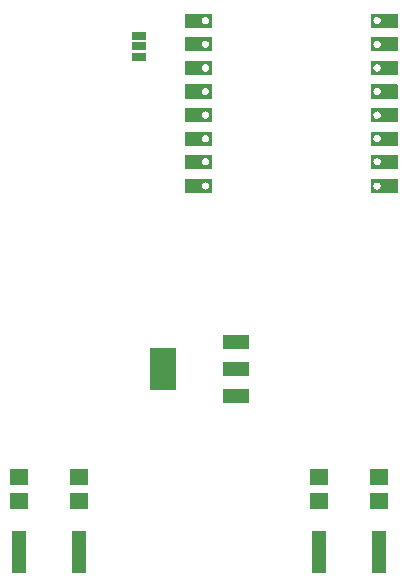
<source format=gbp>
G04 MADE WITH FRITZING*
G04 WWW.FRITZING.ORG*
G04 DOUBLE SIDED*
G04 HOLES PLATED*
G04 CONTOUR ON CENTER OF CONTOUR VECTOR*
%ASAXBY*%
%FSLAX23Y23*%
%MOIN*%
%OFA0B0*%
%SFA1.0B1.0*%
%ADD10R,0.050000X0.025000*%
%ADD11R,0.051181X0.141823*%
%ADD12R,0.059055X0.055118*%
%ADD13R,0.088000X0.048000*%
%ADD14R,0.086614X0.141732*%
%ADD15R,0.001000X0.001000*%
%LNPASTEMASK0*%
G90*
G70*
G54D10*
X784Y1734D03*
X784Y1769D03*
X784Y1804D03*
G54D11*
X384Y84D03*
X584Y84D03*
X1384Y84D03*
X1584Y84D03*
G54D12*
X1384Y334D03*
X1384Y253D03*
X1584Y334D03*
X1584Y253D03*
X584Y334D03*
X584Y253D03*
X384Y334D03*
X384Y253D03*
G54D13*
X1109Y784D03*
X1109Y693D03*
X1109Y602D03*
G54D14*
X865Y693D03*
G54D15*
X939Y1877D02*
X1027Y1877D01*
X1559Y1877D02*
X1647Y1877D01*
X939Y1876D02*
X1027Y1876D01*
X1559Y1876D02*
X1647Y1876D01*
X939Y1875D02*
X1027Y1875D01*
X1559Y1875D02*
X1647Y1875D01*
X939Y1874D02*
X1027Y1874D01*
X1559Y1874D02*
X1647Y1874D01*
X939Y1873D02*
X1027Y1873D01*
X1559Y1873D02*
X1647Y1873D01*
X939Y1872D02*
X1027Y1872D01*
X1559Y1872D02*
X1647Y1872D01*
X939Y1871D02*
X1027Y1871D01*
X1559Y1871D02*
X1647Y1871D01*
X939Y1870D02*
X1027Y1870D01*
X1559Y1870D02*
X1647Y1870D01*
X939Y1869D02*
X1027Y1869D01*
X1559Y1869D02*
X1647Y1869D01*
X939Y1868D02*
X1027Y1868D01*
X1559Y1868D02*
X1647Y1868D01*
X939Y1867D02*
X1027Y1867D01*
X1559Y1867D02*
X1647Y1867D01*
X939Y1866D02*
X1005Y1866D01*
X1009Y1866D02*
X1027Y1866D01*
X1559Y1866D02*
X1577Y1866D01*
X1581Y1866D02*
X1647Y1866D01*
X939Y1865D02*
X1001Y1865D01*
X1012Y1865D02*
X1027Y1865D01*
X1559Y1865D02*
X1573Y1865D01*
X1584Y1865D02*
X1647Y1865D01*
X939Y1864D02*
X1000Y1864D01*
X1014Y1864D02*
X1027Y1864D01*
X1559Y1864D02*
X1572Y1864D01*
X1586Y1864D02*
X1647Y1864D01*
X939Y1863D02*
X998Y1863D01*
X1015Y1863D02*
X1027Y1863D01*
X1559Y1863D02*
X1570Y1863D01*
X1587Y1863D02*
X1647Y1863D01*
X939Y1862D02*
X997Y1862D01*
X1016Y1862D02*
X1027Y1862D01*
X1559Y1862D02*
X1569Y1862D01*
X1588Y1862D02*
X1647Y1862D01*
X939Y1861D02*
X996Y1861D01*
X1017Y1861D02*
X1027Y1861D01*
X1559Y1861D02*
X1568Y1861D01*
X1589Y1861D02*
X1647Y1861D01*
X939Y1860D02*
X996Y1860D01*
X1018Y1860D02*
X1027Y1860D01*
X1559Y1860D02*
X1568Y1860D01*
X1590Y1860D02*
X1647Y1860D01*
X939Y1859D02*
X995Y1859D01*
X1018Y1859D02*
X1027Y1859D01*
X1559Y1859D02*
X1567Y1859D01*
X1590Y1859D02*
X1647Y1859D01*
X939Y1858D02*
X995Y1858D01*
X1019Y1858D02*
X1027Y1858D01*
X1559Y1858D02*
X1567Y1858D01*
X1591Y1858D02*
X1647Y1858D01*
X939Y1857D02*
X995Y1857D01*
X1019Y1857D02*
X1027Y1857D01*
X1559Y1857D02*
X1567Y1857D01*
X1591Y1857D02*
X1647Y1857D01*
X939Y1856D02*
X994Y1856D01*
X1019Y1856D02*
X1027Y1856D01*
X1559Y1856D02*
X1566Y1856D01*
X1591Y1856D02*
X1647Y1856D01*
X939Y1855D02*
X994Y1855D01*
X1019Y1855D02*
X1027Y1855D01*
X1559Y1855D02*
X1566Y1855D01*
X1591Y1855D02*
X1647Y1855D01*
X939Y1854D02*
X994Y1854D01*
X1019Y1854D02*
X1027Y1854D01*
X1559Y1854D02*
X1566Y1854D01*
X1591Y1854D02*
X1647Y1854D01*
X939Y1853D02*
X994Y1853D01*
X1019Y1853D02*
X1027Y1853D01*
X1559Y1853D02*
X1566Y1853D01*
X1591Y1853D02*
X1647Y1853D01*
X939Y1852D02*
X994Y1852D01*
X1019Y1852D02*
X1027Y1852D01*
X1559Y1852D02*
X1566Y1852D01*
X1591Y1852D02*
X1647Y1852D01*
X939Y1851D02*
X995Y1851D01*
X1019Y1851D02*
X1027Y1851D01*
X1559Y1851D02*
X1567Y1851D01*
X1591Y1851D02*
X1647Y1851D01*
X939Y1850D02*
X995Y1850D01*
X1019Y1850D02*
X1027Y1850D01*
X1559Y1850D02*
X1567Y1850D01*
X1591Y1850D02*
X1647Y1850D01*
X939Y1849D02*
X995Y1849D01*
X1018Y1849D02*
X1027Y1849D01*
X1559Y1849D02*
X1567Y1849D01*
X1590Y1849D02*
X1647Y1849D01*
X939Y1848D02*
X996Y1848D01*
X1018Y1848D02*
X1027Y1848D01*
X1559Y1848D02*
X1568Y1848D01*
X1590Y1848D02*
X1647Y1848D01*
X939Y1847D02*
X996Y1847D01*
X1017Y1847D02*
X1027Y1847D01*
X1559Y1847D02*
X1568Y1847D01*
X1589Y1847D02*
X1647Y1847D01*
X939Y1846D02*
X997Y1846D01*
X1016Y1846D02*
X1027Y1846D01*
X1559Y1846D02*
X1569Y1846D01*
X1588Y1846D02*
X1647Y1846D01*
X939Y1845D02*
X998Y1845D01*
X1015Y1845D02*
X1027Y1845D01*
X1559Y1845D02*
X1570Y1845D01*
X1587Y1845D02*
X1647Y1845D01*
X939Y1844D02*
X999Y1844D01*
X1014Y1844D02*
X1027Y1844D01*
X1559Y1844D02*
X1572Y1844D01*
X1586Y1844D02*
X1647Y1844D01*
X939Y1843D02*
X1001Y1843D01*
X1012Y1843D02*
X1027Y1843D01*
X1559Y1843D02*
X1573Y1843D01*
X1584Y1843D02*
X1647Y1843D01*
X939Y1842D02*
X1005Y1842D01*
X1009Y1842D02*
X1027Y1842D01*
X1559Y1842D02*
X1577Y1842D01*
X1581Y1842D02*
X1647Y1842D01*
X939Y1841D02*
X1027Y1841D01*
X1559Y1841D02*
X1647Y1841D01*
X939Y1840D02*
X1027Y1840D01*
X1559Y1840D02*
X1647Y1840D01*
X939Y1839D02*
X1027Y1839D01*
X1559Y1839D02*
X1647Y1839D01*
X939Y1838D02*
X1027Y1838D01*
X1559Y1838D02*
X1647Y1838D01*
X939Y1837D02*
X1027Y1837D01*
X1559Y1837D02*
X1647Y1837D01*
X939Y1836D02*
X1027Y1836D01*
X1559Y1836D02*
X1647Y1836D01*
X939Y1835D02*
X1027Y1835D01*
X1559Y1835D02*
X1647Y1835D01*
X939Y1834D02*
X1027Y1834D01*
X1559Y1834D02*
X1647Y1834D01*
X939Y1833D02*
X1027Y1833D01*
X1559Y1833D02*
X1647Y1833D01*
X939Y1832D02*
X1027Y1832D01*
X1559Y1832D02*
X1647Y1832D01*
X939Y1831D02*
X1027Y1831D01*
X1559Y1831D02*
X1647Y1831D01*
X939Y1798D02*
X1027Y1798D01*
X1559Y1798D02*
X1647Y1798D01*
X939Y1797D02*
X1027Y1797D01*
X1559Y1797D02*
X1647Y1797D01*
X939Y1796D02*
X1027Y1796D01*
X1559Y1796D02*
X1647Y1796D01*
X939Y1795D02*
X1027Y1795D01*
X1559Y1795D02*
X1647Y1795D01*
X939Y1794D02*
X1027Y1794D01*
X1559Y1794D02*
X1647Y1794D01*
X939Y1793D02*
X1027Y1793D01*
X1559Y1793D02*
X1647Y1793D01*
X939Y1792D02*
X1027Y1792D01*
X1559Y1792D02*
X1647Y1792D01*
X939Y1791D02*
X1027Y1791D01*
X1559Y1791D02*
X1647Y1791D01*
X939Y1790D02*
X1027Y1790D01*
X1559Y1790D02*
X1647Y1790D01*
X939Y1789D02*
X1027Y1789D01*
X1559Y1789D02*
X1647Y1789D01*
X939Y1788D02*
X1027Y1788D01*
X1559Y1788D02*
X1647Y1788D01*
X939Y1787D02*
X1003Y1787D01*
X1010Y1787D02*
X1027Y1787D01*
X1559Y1787D02*
X1576Y1787D01*
X1582Y1787D02*
X1647Y1787D01*
X939Y1786D02*
X1001Y1786D01*
X1013Y1786D02*
X1027Y1786D01*
X1559Y1786D02*
X1573Y1786D01*
X1585Y1786D02*
X1647Y1786D01*
X939Y1785D02*
X999Y1785D01*
X1014Y1785D02*
X1027Y1785D01*
X1559Y1785D02*
X1571Y1785D01*
X1586Y1785D02*
X1647Y1785D01*
X939Y1784D02*
X998Y1784D01*
X1016Y1784D02*
X1027Y1784D01*
X1559Y1784D02*
X1570Y1784D01*
X1588Y1784D02*
X1647Y1784D01*
X939Y1783D02*
X997Y1783D01*
X1017Y1783D02*
X1027Y1783D01*
X1559Y1783D02*
X1569Y1783D01*
X1589Y1783D02*
X1647Y1783D01*
X939Y1782D02*
X996Y1782D01*
X1017Y1782D02*
X1027Y1782D01*
X1559Y1782D02*
X1568Y1782D01*
X1589Y1782D02*
X1647Y1782D01*
X939Y1781D02*
X996Y1781D01*
X1018Y1781D02*
X1027Y1781D01*
X1559Y1781D02*
X1568Y1781D01*
X1590Y1781D02*
X1647Y1781D01*
X939Y1780D02*
X995Y1780D01*
X1018Y1780D02*
X1027Y1780D01*
X1559Y1780D02*
X1567Y1780D01*
X1590Y1780D02*
X1647Y1780D01*
X939Y1779D02*
X995Y1779D01*
X1019Y1779D02*
X1027Y1779D01*
X1559Y1779D02*
X1567Y1779D01*
X1591Y1779D02*
X1647Y1779D01*
X939Y1778D02*
X995Y1778D01*
X1019Y1778D02*
X1027Y1778D01*
X1559Y1778D02*
X1567Y1778D01*
X1591Y1778D02*
X1647Y1778D01*
X939Y1777D02*
X994Y1777D01*
X1019Y1777D02*
X1027Y1777D01*
X1559Y1777D02*
X1566Y1777D01*
X1591Y1777D02*
X1647Y1777D01*
X939Y1776D02*
X994Y1776D01*
X1019Y1776D02*
X1027Y1776D01*
X1559Y1776D02*
X1566Y1776D01*
X1591Y1776D02*
X1647Y1776D01*
X939Y1775D02*
X994Y1775D01*
X1019Y1775D02*
X1027Y1775D01*
X1559Y1775D02*
X1566Y1775D01*
X1591Y1775D02*
X1647Y1775D01*
X939Y1774D02*
X994Y1774D01*
X1019Y1774D02*
X1027Y1774D01*
X1559Y1774D02*
X1566Y1774D01*
X1591Y1774D02*
X1647Y1774D01*
X939Y1773D02*
X994Y1773D01*
X1019Y1773D02*
X1027Y1773D01*
X1559Y1773D02*
X1566Y1773D01*
X1591Y1773D02*
X1647Y1773D01*
X939Y1772D02*
X995Y1772D01*
X1019Y1772D02*
X1027Y1772D01*
X1559Y1772D02*
X1567Y1772D01*
X1591Y1772D02*
X1647Y1772D01*
X939Y1771D02*
X995Y1771D01*
X1019Y1771D02*
X1027Y1771D01*
X1559Y1771D02*
X1567Y1771D01*
X1591Y1771D02*
X1647Y1771D01*
X939Y1770D02*
X995Y1770D01*
X1018Y1770D02*
X1027Y1770D01*
X1559Y1770D02*
X1567Y1770D01*
X1590Y1770D02*
X1647Y1770D01*
X939Y1769D02*
X996Y1769D01*
X1018Y1769D02*
X1027Y1769D01*
X1559Y1769D02*
X1568Y1769D01*
X1590Y1769D02*
X1647Y1769D01*
X939Y1768D02*
X997Y1768D01*
X1017Y1768D02*
X1027Y1768D01*
X1559Y1768D02*
X1569Y1768D01*
X1589Y1768D02*
X1647Y1768D01*
X939Y1767D02*
X997Y1767D01*
X1016Y1767D02*
X1027Y1767D01*
X1559Y1767D02*
X1569Y1767D01*
X1588Y1767D02*
X1647Y1767D01*
X939Y1766D02*
X999Y1766D01*
X1015Y1766D02*
X1027Y1766D01*
X1559Y1766D02*
X1570Y1766D01*
X1587Y1766D02*
X1647Y1766D01*
X939Y1765D02*
X1000Y1765D01*
X1014Y1765D02*
X1027Y1765D01*
X1559Y1765D02*
X1572Y1765D01*
X1586Y1765D02*
X1647Y1765D01*
X939Y1764D02*
X1002Y1764D01*
X1012Y1764D02*
X1027Y1764D01*
X1559Y1764D02*
X1574Y1764D01*
X1584Y1764D02*
X1647Y1764D01*
X939Y1763D02*
X1027Y1763D01*
X1559Y1763D02*
X1647Y1763D01*
X939Y1762D02*
X1027Y1762D01*
X1559Y1762D02*
X1647Y1762D01*
X939Y1761D02*
X1027Y1761D01*
X1559Y1761D02*
X1647Y1761D01*
X939Y1760D02*
X1027Y1760D01*
X1559Y1760D02*
X1647Y1760D01*
X939Y1759D02*
X1027Y1759D01*
X1559Y1759D02*
X1647Y1759D01*
X939Y1758D02*
X1027Y1758D01*
X1559Y1758D02*
X1647Y1758D01*
X939Y1757D02*
X1027Y1757D01*
X1559Y1757D02*
X1647Y1757D01*
X939Y1756D02*
X1027Y1756D01*
X1559Y1756D02*
X1647Y1756D01*
X939Y1755D02*
X1027Y1755D01*
X1559Y1755D02*
X1647Y1755D01*
X939Y1754D02*
X1027Y1754D01*
X1559Y1754D02*
X1647Y1754D01*
X939Y1753D02*
X1027Y1753D01*
X1559Y1753D02*
X1647Y1753D01*
X939Y1752D02*
X1027Y1752D01*
X1559Y1752D02*
X1647Y1752D01*
X939Y1720D02*
X1026Y1720D01*
X1559Y1720D02*
X1646Y1720D01*
X939Y1719D02*
X1027Y1719D01*
X1559Y1719D02*
X1647Y1719D01*
X939Y1718D02*
X1027Y1718D01*
X1559Y1718D02*
X1647Y1718D01*
X939Y1717D02*
X1027Y1717D01*
X1559Y1717D02*
X1647Y1717D01*
X939Y1716D02*
X1027Y1716D01*
X1559Y1716D02*
X1647Y1716D01*
X939Y1715D02*
X1027Y1715D01*
X1559Y1715D02*
X1647Y1715D01*
X939Y1714D02*
X1027Y1714D01*
X1559Y1714D02*
X1647Y1714D01*
X939Y1713D02*
X1027Y1713D01*
X1559Y1713D02*
X1647Y1713D01*
X939Y1712D02*
X1027Y1712D01*
X1559Y1712D02*
X1647Y1712D01*
X939Y1711D02*
X1027Y1711D01*
X1559Y1711D02*
X1647Y1711D01*
X939Y1710D02*
X1027Y1710D01*
X1559Y1710D02*
X1647Y1710D01*
X939Y1709D02*
X1027Y1709D01*
X1559Y1709D02*
X1647Y1709D01*
X939Y1708D02*
X1003Y1708D01*
X1011Y1708D02*
X1027Y1708D01*
X1559Y1708D02*
X1575Y1708D01*
X1583Y1708D02*
X1647Y1708D01*
X939Y1707D02*
X1000Y1707D01*
X1013Y1707D02*
X1027Y1707D01*
X1559Y1707D02*
X1572Y1707D01*
X1585Y1707D02*
X1647Y1707D01*
X939Y1706D02*
X999Y1706D01*
X1015Y1706D02*
X1027Y1706D01*
X1559Y1706D02*
X1571Y1706D01*
X1587Y1706D02*
X1647Y1706D01*
X939Y1705D02*
X998Y1705D01*
X1016Y1705D02*
X1027Y1705D01*
X1559Y1705D02*
X1570Y1705D01*
X1588Y1705D02*
X1647Y1705D01*
X939Y1704D02*
X997Y1704D01*
X1017Y1704D02*
X1027Y1704D01*
X1559Y1704D02*
X1569Y1704D01*
X1589Y1704D02*
X1647Y1704D01*
X939Y1703D02*
X996Y1703D01*
X1018Y1703D02*
X1027Y1703D01*
X1559Y1703D02*
X1568Y1703D01*
X1589Y1703D02*
X1647Y1703D01*
X939Y1702D02*
X996Y1702D01*
X1018Y1702D02*
X1027Y1702D01*
X1559Y1702D02*
X1568Y1702D01*
X1590Y1702D02*
X1647Y1702D01*
X939Y1701D02*
X995Y1701D01*
X1019Y1701D02*
X1027Y1701D01*
X1559Y1701D02*
X1567Y1701D01*
X1590Y1701D02*
X1647Y1701D01*
X939Y1700D02*
X995Y1700D01*
X1019Y1700D02*
X1027Y1700D01*
X1559Y1700D02*
X1567Y1700D01*
X1591Y1700D02*
X1647Y1700D01*
X939Y1699D02*
X994Y1699D01*
X1019Y1699D02*
X1027Y1699D01*
X1559Y1699D02*
X1566Y1699D01*
X1591Y1699D02*
X1647Y1699D01*
X939Y1698D02*
X994Y1698D01*
X1019Y1698D02*
X1027Y1698D01*
X1559Y1698D02*
X1566Y1698D01*
X1591Y1698D02*
X1647Y1698D01*
X939Y1697D02*
X994Y1697D01*
X1019Y1697D02*
X1027Y1697D01*
X1559Y1697D02*
X1566Y1697D01*
X1591Y1697D02*
X1647Y1697D01*
X939Y1696D02*
X994Y1696D01*
X1019Y1696D02*
X1027Y1696D01*
X1559Y1696D02*
X1566Y1696D01*
X1591Y1696D02*
X1647Y1696D01*
X939Y1695D02*
X994Y1695D01*
X1019Y1695D02*
X1027Y1695D01*
X1559Y1695D02*
X1566Y1695D01*
X1591Y1695D02*
X1647Y1695D01*
X939Y1694D02*
X994Y1694D01*
X1019Y1694D02*
X1027Y1694D01*
X1559Y1694D02*
X1566Y1694D01*
X1591Y1694D02*
X1647Y1694D01*
X939Y1693D02*
X995Y1693D01*
X1019Y1693D02*
X1027Y1693D01*
X1559Y1693D02*
X1567Y1693D01*
X1591Y1693D02*
X1647Y1693D01*
X939Y1692D02*
X995Y1692D01*
X1019Y1692D02*
X1027Y1692D01*
X1559Y1692D02*
X1567Y1692D01*
X1591Y1692D02*
X1647Y1692D01*
X939Y1691D02*
X996Y1691D01*
X1018Y1691D02*
X1027Y1691D01*
X1559Y1691D02*
X1567Y1691D01*
X1590Y1691D02*
X1647Y1691D01*
X939Y1690D02*
X996Y1690D01*
X1018Y1690D02*
X1027Y1690D01*
X1559Y1690D02*
X1568Y1690D01*
X1590Y1690D02*
X1647Y1690D01*
X939Y1689D02*
X997Y1689D01*
X1017Y1689D02*
X1027Y1689D01*
X1559Y1689D02*
X1569Y1689D01*
X1589Y1689D02*
X1647Y1689D01*
X939Y1688D02*
X998Y1688D01*
X1016Y1688D02*
X1027Y1688D01*
X1559Y1688D02*
X1570Y1688D01*
X1588Y1688D02*
X1647Y1688D01*
X939Y1687D02*
X999Y1687D01*
X1015Y1687D02*
X1027Y1687D01*
X1559Y1687D02*
X1571Y1687D01*
X1587Y1687D02*
X1647Y1687D01*
X939Y1686D02*
X1000Y1686D01*
X1013Y1686D02*
X1027Y1686D01*
X1559Y1686D02*
X1572Y1686D01*
X1585Y1686D02*
X1647Y1686D01*
X939Y1685D02*
X1003Y1685D01*
X1011Y1685D02*
X1027Y1685D01*
X1559Y1685D02*
X1574Y1685D01*
X1583Y1685D02*
X1647Y1685D01*
X939Y1684D02*
X1027Y1684D01*
X1559Y1684D02*
X1647Y1684D01*
X939Y1683D02*
X1027Y1683D01*
X1559Y1683D02*
X1647Y1683D01*
X939Y1682D02*
X1027Y1682D01*
X1559Y1682D02*
X1647Y1682D01*
X939Y1681D02*
X1027Y1681D01*
X1559Y1681D02*
X1647Y1681D01*
X939Y1680D02*
X1027Y1680D01*
X1559Y1680D02*
X1647Y1680D01*
X939Y1679D02*
X1027Y1679D01*
X1559Y1679D02*
X1647Y1679D01*
X939Y1678D02*
X1027Y1678D01*
X1559Y1678D02*
X1647Y1678D01*
X939Y1677D02*
X1027Y1677D01*
X1559Y1677D02*
X1647Y1677D01*
X939Y1676D02*
X1027Y1676D01*
X1559Y1676D02*
X1647Y1676D01*
X939Y1675D02*
X1027Y1675D01*
X1559Y1675D02*
X1647Y1675D01*
X939Y1674D02*
X1027Y1674D01*
X1559Y1674D02*
X1647Y1674D01*
X939Y1673D02*
X1026Y1673D01*
X1559Y1673D02*
X1646Y1673D01*
X939Y1641D02*
X1027Y1641D01*
X1559Y1641D02*
X1646Y1641D01*
X939Y1640D02*
X1027Y1640D01*
X1559Y1640D02*
X1647Y1640D01*
X939Y1639D02*
X1027Y1639D01*
X1559Y1639D02*
X1647Y1639D01*
X939Y1638D02*
X1027Y1638D01*
X1559Y1638D02*
X1647Y1638D01*
X939Y1637D02*
X1027Y1637D01*
X1559Y1637D02*
X1647Y1637D01*
X939Y1636D02*
X1027Y1636D01*
X1559Y1636D02*
X1647Y1636D01*
X939Y1635D02*
X1027Y1635D01*
X1559Y1635D02*
X1647Y1635D01*
X939Y1634D02*
X1027Y1634D01*
X1559Y1634D02*
X1647Y1634D01*
X939Y1633D02*
X1027Y1633D01*
X1559Y1633D02*
X1647Y1633D01*
X939Y1632D02*
X1027Y1632D01*
X1559Y1632D02*
X1647Y1632D01*
X939Y1631D02*
X1027Y1631D01*
X1559Y1631D02*
X1647Y1631D01*
X939Y1630D02*
X1027Y1630D01*
X1559Y1630D02*
X1647Y1630D01*
X939Y1629D02*
X1002Y1629D01*
X1012Y1629D02*
X1027Y1629D01*
X1559Y1629D02*
X1574Y1629D01*
X1584Y1629D02*
X1647Y1629D01*
X939Y1628D02*
X1000Y1628D01*
X1014Y1628D02*
X1027Y1628D01*
X1559Y1628D02*
X1572Y1628D01*
X1586Y1628D02*
X1647Y1628D01*
X939Y1627D02*
X998Y1627D01*
X1015Y1627D02*
X1027Y1627D01*
X1559Y1627D02*
X1570Y1627D01*
X1587Y1627D02*
X1647Y1627D01*
X939Y1626D02*
X997Y1626D01*
X1016Y1626D02*
X1027Y1626D01*
X1559Y1626D02*
X1569Y1626D01*
X1588Y1626D02*
X1647Y1626D01*
X939Y1625D02*
X997Y1625D01*
X1017Y1625D02*
X1027Y1625D01*
X1559Y1625D02*
X1569Y1625D01*
X1589Y1625D02*
X1647Y1625D01*
X939Y1624D02*
X996Y1624D01*
X1018Y1624D02*
X1027Y1624D01*
X1559Y1624D02*
X1568Y1624D01*
X1590Y1624D02*
X1647Y1624D01*
X939Y1623D02*
X995Y1623D01*
X1018Y1623D02*
X1027Y1623D01*
X1559Y1623D02*
X1567Y1623D01*
X1590Y1623D02*
X1647Y1623D01*
X939Y1622D02*
X995Y1622D01*
X1019Y1622D02*
X1027Y1622D01*
X1559Y1622D02*
X1567Y1622D01*
X1591Y1622D02*
X1647Y1622D01*
X939Y1621D02*
X995Y1621D01*
X1019Y1621D02*
X1027Y1621D01*
X1559Y1621D02*
X1567Y1621D01*
X1591Y1621D02*
X1647Y1621D01*
X939Y1620D02*
X994Y1620D01*
X1019Y1620D02*
X1027Y1620D01*
X1559Y1620D02*
X1566Y1620D01*
X1591Y1620D02*
X1647Y1620D01*
X939Y1619D02*
X994Y1619D01*
X1019Y1619D02*
X1027Y1619D01*
X1559Y1619D02*
X1566Y1619D01*
X1591Y1619D02*
X1647Y1619D01*
X939Y1618D02*
X994Y1618D01*
X1019Y1618D02*
X1027Y1618D01*
X1559Y1618D02*
X1566Y1618D01*
X1591Y1618D02*
X1647Y1618D01*
X939Y1617D02*
X994Y1617D01*
X1019Y1617D02*
X1027Y1617D01*
X1559Y1617D02*
X1566Y1617D01*
X1591Y1617D02*
X1647Y1617D01*
X939Y1616D02*
X994Y1616D01*
X1019Y1616D02*
X1027Y1616D01*
X1559Y1616D02*
X1566Y1616D01*
X1591Y1616D02*
X1647Y1616D01*
X939Y1615D02*
X995Y1615D01*
X1019Y1615D02*
X1027Y1615D01*
X1559Y1615D02*
X1567Y1615D01*
X1591Y1615D02*
X1647Y1615D01*
X939Y1614D02*
X995Y1614D01*
X1019Y1614D02*
X1027Y1614D01*
X1559Y1614D02*
X1567Y1614D01*
X1591Y1614D02*
X1647Y1614D01*
X939Y1613D02*
X995Y1613D01*
X1018Y1613D02*
X1027Y1613D01*
X1559Y1613D02*
X1567Y1613D01*
X1590Y1613D02*
X1647Y1613D01*
X939Y1612D02*
X996Y1612D01*
X1018Y1612D02*
X1027Y1612D01*
X1559Y1612D02*
X1568Y1612D01*
X1590Y1612D02*
X1647Y1612D01*
X939Y1611D02*
X996Y1611D01*
X1017Y1611D02*
X1027Y1611D01*
X1559Y1611D02*
X1568Y1611D01*
X1589Y1611D02*
X1647Y1611D01*
X939Y1610D02*
X997Y1610D01*
X1017Y1610D02*
X1027Y1610D01*
X1559Y1610D02*
X1569Y1610D01*
X1589Y1610D02*
X1647Y1610D01*
X939Y1609D02*
X998Y1609D01*
X1016Y1609D02*
X1027Y1609D01*
X1559Y1609D02*
X1570Y1609D01*
X1588Y1609D02*
X1647Y1609D01*
X939Y1608D02*
X999Y1608D01*
X1014Y1608D02*
X1027Y1608D01*
X1559Y1608D02*
X1571Y1608D01*
X1586Y1608D02*
X1647Y1608D01*
X939Y1607D02*
X1001Y1607D01*
X1013Y1607D02*
X1027Y1607D01*
X1559Y1607D02*
X1573Y1607D01*
X1585Y1607D02*
X1647Y1607D01*
X939Y1606D02*
X1004Y1606D01*
X1010Y1606D02*
X1027Y1606D01*
X1559Y1606D02*
X1575Y1606D01*
X1582Y1606D02*
X1647Y1606D01*
X939Y1605D02*
X1027Y1605D01*
X1559Y1605D02*
X1647Y1605D01*
X939Y1604D02*
X1027Y1604D01*
X1559Y1604D02*
X1647Y1604D01*
X939Y1603D02*
X1027Y1603D01*
X1559Y1603D02*
X1647Y1603D01*
X939Y1602D02*
X1027Y1602D01*
X1559Y1602D02*
X1647Y1602D01*
X939Y1601D02*
X1027Y1601D01*
X1559Y1601D02*
X1647Y1601D01*
X939Y1600D02*
X1027Y1600D01*
X1559Y1600D02*
X1647Y1600D01*
X939Y1599D02*
X1027Y1599D01*
X1559Y1599D02*
X1647Y1599D01*
X939Y1598D02*
X1027Y1598D01*
X1559Y1598D02*
X1647Y1598D01*
X939Y1597D02*
X1027Y1597D01*
X1559Y1597D02*
X1647Y1597D01*
X939Y1596D02*
X1027Y1596D01*
X1559Y1596D02*
X1647Y1596D01*
X939Y1595D02*
X1027Y1595D01*
X1559Y1595D02*
X1647Y1595D01*
X939Y1562D02*
X1027Y1562D01*
X1559Y1562D02*
X1647Y1562D01*
X939Y1561D02*
X1027Y1561D01*
X1559Y1561D02*
X1647Y1561D01*
X939Y1560D02*
X1027Y1560D01*
X1559Y1560D02*
X1647Y1560D01*
X939Y1559D02*
X1027Y1559D01*
X1559Y1559D02*
X1647Y1559D01*
X939Y1558D02*
X1027Y1558D01*
X1559Y1558D02*
X1647Y1558D01*
X939Y1557D02*
X1027Y1557D01*
X1559Y1557D02*
X1647Y1557D01*
X939Y1556D02*
X1027Y1556D01*
X1559Y1556D02*
X1647Y1556D01*
X939Y1555D02*
X1027Y1555D01*
X1559Y1555D02*
X1647Y1555D01*
X939Y1554D02*
X1027Y1554D01*
X1559Y1554D02*
X1647Y1554D01*
X939Y1553D02*
X1027Y1553D01*
X1559Y1553D02*
X1647Y1553D01*
X939Y1552D02*
X1027Y1552D01*
X1559Y1552D02*
X1647Y1552D01*
X939Y1551D02*
X1004Y1551D01*
X1010Y1551D02*
X1027Y1551D01*
X1559Y1551D02*
X1577Y1551D01*
X1581Y1551D02*
X1647Y1551D01*
X939Y1550D02*
X1001Y1550D01*
X1013Y1550D02*
X1027Y1550D01*
X1559Y1550D02*
X1573Y1550D01*
X1584Y1550D02*
X1647Y1550D01*
X939Y1549D02*
X999Y1549D01*
X1014Y1549D02*
X1027Y1549D01*
X1559Y1549D02*
X1571Y1549D01*
X1586Y1549D02*
X1647Y1549D01*
X939Y1548D02*
X998Y1548D01*
X1015Y1548D02*
X1027Y1548D01*
X1559Y1548D02*
X1570Y1548D01*
X1587Y1548D02*
X1647Y1548D01*
X939Y1547D02*
X997Y1547D01*
X1016Y1547D02*
X1027Y1547D01*
X1559Y1547D02*
X1569Y1547D01*
X1588Y1547D02*
X1647Y1547D01*
X939Y1546D02*
X996Y1546D01*
X1017Y1546D02*
X1027Y1546D01*
X1559Y1546D02*
X1568Y1546D01*
X1589Y1546D02*
X1647Y1546D01*
X939Y1545D02*
X996Y1545D01*
X1018Y1545D02*
X1027Y1545D01*
X1559Y1545D02*
X1568Y1545D01*
X1590Y1545D02*
X1647Y1545D01*
X939Y1544D02*
X995Y1544D01*
X1018Y1544D02*
X1027Y1544D01*
X1559Y1544D02*
X1567Y1544D01*
X1590Y1544D02*
X1647Y1544D01*
X939Y1543D02*
X995Y1543D01*
X1019Y1543D02*
X1027Y1543D01*
X1559Y1543D02*
X1567Y1543D01*
X1591Y1543D02*
X1647Y1543D01*
X939Y1542D02*
X995Y1542D01*
X1019Y1542D02*
X1027Y1542D01*
X1559Y1542D02*
X1567Y1542D01*
X1591Y1542D02*
X1647Y1542D01*
X939Y1541D02*
X994Y1541D01*
X1019Y1541D02*
X1027Y1541D01*
X1559Y1541D02*
X1566Y1541D01*
X1591Y1541D02*
X1647Y1541D01*
X939Y1540D02*
X994Y1540D01*
X1019Y1540D02*
X1027Y1540D01*
X1559Y1540D02*
X1566Y1540D01*
X1591Y1540D02*
X1647Y1540D01*
X939Y1539D02*
X994Y1539D01*
X1019Y1539D02*
X1027Y1539D01*
X1559Y1539D02*
X1566Y1539D01*
X1591Y1539D02*
X1647Y1539D01*
X939Y1538D02*
X994Y1538D01*
X1019Y1538D02*
X1027Y1538D01*
X1559Y1538D02*
X1566Y1538D01*
X1591Y1538D02*
X1647Y1538D01*
X939Y1537D02*
X994Y1537D01*
X1019Y1537D02*
X1027Y1537D01*
X1559Y1537D02*
X1566Y1537D01*
X1591Y1537D02*
X1647Y1537D01*
X939Y1536D02*
X995Y1536D01*
X1019Y1536D02*
X1027Y1536D01*
X1559Y1536D02*
X1567Y1536D01*
X1591Y1536D02*
X1647Y1536D01*
X939Y1535D02*
X995Y1535D01*
X1019Y1535D02*
X1027Y1535D01*
X1559Y1535D02*
X1567Y1535D01*
X1591Y1535D02*
X1647Y1535D01*
X939Y1534D02*
X995Y1534D01*
X1018Y1534D02*
X1027Y1534D01*
X1559Y1534D02*
X1567Y1534D01*
X1590Y1534D02*
X1647Y1534D01*
X939Y1533D02*
X996Y1533D01*
X1018Y1533D02*
X1027Y1533D01*
X1559Y1533D02*
X1568Y1533D01*
X1590Y1533D02*
X1647Y1533D01*
X939Y1532D02*
X996Y1532D01*
X1017Y1532D02*
X1027Y1532D01*
X1559Y1532D02*
X1568Y1532D01*
X1589Y1532D02*
X1647Y1532D01*
X939Y1531D02*
X997Y1531D01*
X1016Y1531D02*
X1027Y1531D01*
X1559Y1531D02*
X1569Y1531D01*
X1588Y1531D02*
X1647Y1531D01*
X939Y1530D02*
X998Y1530D01*
X1015Y1530D02*
X1027Y1530D01*
X1559Y1530D02*
X1570Y1530D01*
X1587Y1530D02*
X1647Y1530D01*
X939Y1529D02*
X1000Y1529D01*
X1014Y1529D02*
X1027Y1529D01*
X1559Y1529D02*
X1571Y1529D01*
X1586Y1529D02*
X1647Y1529D01*
X939Y1528D02*
X1001Y1528D01*
X1012Y1528D02*
X1027Y1528D01*
X1559Y1528D02*
X1573Y1528D01*
X1584Y1528D02*
X1647Y1528D01*
X939Y1527D02*
X1006Y1527D01*
X1008Y1527D02*
X1027Y1527D01*
X1559Y1527D02*
X1577Y1527D01*
X1581Y1527D02*
X1647Y1527D01*
X939Y1526D02*
X1027Y1526D01*
X1559Y1526D02*
X1647Y1526D01*
X939Y1525D02*
X1027Y1525D01*
X1559Y1525D02*
X1647Y1525D01*
X939Y1524D02*
X1027Y1524D01*
X1559Y1524D02*
X1647Y1524D01*
X939Y1523D02*
X1027Y1523D01*
X1559Y1523D02*
X1647Y1523D01*
X939Y1522D02*
X1027Y1522D01*
X1559Y1522D02*
X1647Y1522D01*
X939Y1521D02*
X1027Y1521D01*
X1559Y1521D02*
X1647Y1521D01*
X939Y1520D02*
X1027Y1520D01*
X1559Y1520D02*
X1647Y1520D01*
X939Y1519D02*
X1027Y1519D01*
X1559Y1519D02*
X1647Y1519D01*
X939Y1518D02*
X1027Y1518D01*
X1559Y1518D02*
X1647Y1518D01*
X939Y1517D02*
X1027Y1517D01*
X1559Y1517D02*
X1647Y1517D01*
X939Y1516D02*
X1027Y1516D01*
X1559Y1516D02*
X1647Y1516D01*
X939Y1483D02*
X1027Y1483D01*
X1559Y1483D02*
X1647Y1483D01*
X939Y1482D02*
X1027Y1482D01*
X1559Y1482D02*
X1647Y1482D01*
X939Y1481D02*
X1027Y1481D01*
X1559Y1481D02*
X1647Y1481D01*
X939Y1480D02*
X1027Y1480D01*
X1559Y1480D02*
X1647Y1480D01*
X939Y1479D02*
X1027Y1479D01*
X1559Y1479D02*
X1647Y1479D01*
X939Y1478D02*
X1027Y1478D01*
X1559Y1478D02*
X1647Y1478D01*
X939Y1477D02*
X1027Y1477D01*
X1559Y1477D02*
X1647Y1477D01*
X939Y1476D02*
X1027Y1476D01*
X1559Y1476D02*
X1647Y1476D01*
X939Y1475D02*
X1027Y1475D01*
X1559Y1475D02*
X1647Y1475D01*
X939Y1474D02*
X1027Y1474D01*
X1559Y1474D02*
X1647Y1474D01*
X939Y1473D02*
X1027Y1473D01*
X1559Y1473D02*
X1647Y1473D01*
X939Y1472D02*
X1003Y1472D01*
X1011Y1472D02*
X1027Y1472D01*
X1559Y1472D02*
X1575Y1472D01*
X1583Y1472D02*
X1647Y1472D01*
X939Y1471D02*
X1001Y1471D01*
X1013Y1471D02*
X1027Y1471D01*
X1559Y1471D02*
X1573Y1471D01*
X1585Y1471D02*
X1647Y1471D01*
X939Y1470D02*
X999Y1470D01*
X1015Y1470D02*
X1027Y1470D01*
X1559Y1470D02*
X1571Y1470D01*
X1587Y1470D02*
X1647Y1470D01*
X939Y1469D02*
X998Y1469D01*
X1016Y1469D02*
X1027Y1469D01*
X1559Y1469D02*
X1570Y1469D01*
X1588Y1469D02*
X1647Y1469D01*
X939Y1468D02*
X997Y1468D01*
X1017Y1468D02*
X1027Y1468D01*
X1559Y1468D02*
X1569Y1468D01*
X1589Y1468D02*
X1647Y1468D01*
X939Y1467D02*
X996Y1467D01*
X1017Y1467D02*
X1027Y1467D01*
X1559Y1467D02*
X1568Y1467D01*
X1589Y1467D02*
X1647Y1467D01*
X939Y1466D02*
X996Y1466D01*
X1018Y1466D02*
X1027Y1466D01*
X1559Y1466D02*
X1568Y1466D01*
X1590Y1466D02*
X1647Y1466D01*
X939Y1465D02*
X995Y1465D01*
X1018Y1465D02*
X1027Y1465D01*
X1559Y1465D02*
X1567Y1465D01*
X1591Y1465D02*
X1647Y1465D01*
X939Y1464D02*
X995Y1464D01*
X1019Y1464D02*
X1027Y1464D01*
X1559Y1464D02*
X1567Y1464D01*
X1591Y1464D02*
X1647Y1464D01*
X939Y1463D02*
X994Y1463D01*
X1019Y1463D02*
X1027Y1463D01*
X1559Y1463D02*
X1567Y1463D01*
X1591Y1463D02*
X1647Y1463D01*
X939Y1462D02*
X994Y1462D01*
X1019Y1462D02*
X1027Y1462D01*
X1559Y1462D02*
X1566Y1462D01*
X1591Y1462D02*
X1647Y1462D01*
X939Y1461D02*
X994Y1461D01*
X1019Y1461D02*
X1027Y1461D01*
X1559Y1461D02*
X1566Y1461D01*
X1591Y1461D02*
X1647Y1461D01*
X939Y1460D02*
X994Y1460D01*
X1019Y1460D02*
X1027Y1460D01*
X1559Y1460D02*
X1566Y1460D01*
X1591Y1460D02*
X1647Y1460D01*
X939Y1459D02*
X994Y1459D01*
X1019Y1459D02*
X1027Y1459D01*
X1559Y1459D02*
X1566Y1459D01*
X1591Y1459D02*
X1647Y1459D01*
X939Y1458D02*
X994Y1458D01*
X1019Y1458D02*
X1027Y1458D01*
X1559Y1458D02*
X1566Y1458D01*
X1591Y1458D02*
X1647Y1458D01*
X939Y1457D02*
X995Y1457D01*
X1019Y1457D02*
X1027Y1457D01*
X1559Y1457D02*
X1567Y1457D01*
X1591Y1457D02*
X1647Y1457D01*
X939Y1456D02*
X995Y1456D01*
X1019Y1456D02*
X1027Y1456D01*
X1559Y1456D02*
X1567Y1456D01*
X1591Y1456D02*
X1647Y1456D01*
X939Y1455D02*
X995Y1455D01*
X1018Y1455D02*
X1027Y1455D01*
X1559Y1455D02*
X1568Y1455D01*
X1590Y1455D02*
X1647Y1455D01*
X939Y1454D02*
X996Y1454D01*
X1018Y1454D02*
X1027Y1454D01*
X1559Y1454D02*
X1568Y1454D01*
X1590Y1454D02*
X1647Y1454D01*
X939Y1453D02*
X997Y1453D01*
X1017Y1453D02*
X1027Y1453D01*
X1559Y1453D02*
X1569Y1453D01*
X1589Y1453D02*
X1647Y1453D01*
X939Y1452D02*
X998Y1452D01*
X1016Y1452D02*
X1027Y1452D01*
X1559Y1452D02*
X1570Y1452D01*
X1588Y1452D02*
X1647Y1452D01*
X939Y1451D02*
X999Y1451D01*
X1015Y1451D02*
X1027Y1451D01*
X1559Y1451D02*
X1571Y1451D01*
X1587Y1451D02*
X1647Y1451D01*
X939Y1450D02*
X1000Y1450D01*
X1014Y1450D02*
X1027Y1450D01*
X1559Y1450D02*
X1572Y1450D01*
X1586Y1450D02*
X1647Y1450D01*
X939Y1449D02*
X1002Y1449D01*
X1012Y1449D02*
X1027Y1449D01*
X1559Y1449D02*
X1574Y1449D01*
X1584Y1449D02*
X1647Y1449D01*
X939Y1448D02*
X1027Y1448D01*
X1559Y1448D02*
X1647Y1448D01*
X939Y1447D02*
X1027Y1447D01*
X1559Y1447D02*
X1647Y1447D01*
X939Y1446D02*
X1027Y1446D01*
X1559Y1446D02*
X1647Y1446D01*
X939Y1445D02*
X1027Y1445D01*
X1559Y1445D02*
X1647Y1445D01*
X939Y1444D02*
X1027Y1444D01*
X1559Y1444D02*
X1647Y1444D01*
X939Y1443D02*
X1027Y1443D01*
X1559Y1443D02*
X1647Y1443D01*
X939Y1442D02*
X1027Y1442D01*
X1559Y1442D02*
X1647Y1442D01*
X939Y1441D02*
X1027Y1441D01*
X1559Y1441D02*
X1647Y1441D01*
X939Y1440D02*
X1027Y1440D01*
X1559Y1440D02*
X1647Y1440D01*
X939Y1439D02*
X1027Y1439D01*
X1559Y1439D02*
X1647Y1439D01*
X939Y1438D02*
X1027Y1438D01*
X1559Y1438D02*
X1647Y1438D01*
X939Y1437D02*
X1026Y1437D01*
X1559Y1437D02*
X1646Y1437D01*
X939Y1407D02*
X1027Y1407D01*
X1559Y1407D02*
X1647Y1407D01*
X939Y1406D02*
X1027Y1406D01*
X1559Y1406D02*
X1647Y1406D01*
X939Y1405D02*
X1027Y1405D01*
X1559Y1405D02*
X1647Y1405D01*
X939Y1404D02*
X1027Y1404D01*
X1559Y1404D02*
X1647Y1404D01*
X939Y1403D02*
X1027Y1403D01*
X1559Y1403D02*
X1647Y1403D01*
X939Y1402D02*
X1027Y1402D01*
X1559Y1402D02*
X1647Y1402D01*
X939Y1401D02*
X1027Y1401D01*
X1559Y1401D02*
X1647Y1401D01*
X939Y1400D02*
X1027Y1400D01*
X1559Y1400D02*
X1647Y1400D01*
X939Y1399D02*
X1027Y1399D01*
X1559Y1399D02*
X1647Y1399D01*
X939Y1398D02*
X1027Y1398D01*
X1559Y1398D02*
X1647Y1398D01*
X939Y1397D02*
X1027Y1397D01*
X1559Y1397D02*
X1647Y1397D01*
X939Y1396D02*
X1027Y1396D01*
X1559Y1396D02*
X1647Y1396D01*
X939Y1395D02*
X1002Y1395D01*
X1012Y1395D02*
X1027Y1395D01*
X1559Y1395D02*
X1574Y1395D01*
X1584Y1395D02*
X1647Y1395D01*
X939Y1394D02*
X1000Y1394D01*
X1014Y1394D02*
X1027Y1394D01*
X1559Y1394D02*
X1572Y1394D01*
X1586Y1394D02*
X1647Y1394D01*
X939Y1393D02*
X998Y1393D01*
X1015Y1393D02*
X1027Y1393D01*
X1559Y1393D02*
X1570Y1393D01*
X1587Y1393D02*
X1647Y1393D01*
X939Y1392D02*
X997Y1392D01*
X1016Y1392D02*
X1027Y1392D01*
X1559Y1392D02*
X1569Y1392D01*
X1588Y1392D02*
X1647Y1392D01*
X939Y1391D02*
X997Y1391D01*
X1017Y1391D02*
X1027Y1391D01*
X1559Y1391D02*
X1569Y1391D01*
X1589Y1391D02*
X1647Y1391D01*
X939Y1390D02*
X996Y1390D01*
X1018Y1390D02*
X1027Y1390D01*
X1559Y1390D02*
X1568Y1390D01*
X1590Y1390D02*
X1647Y1390D01*
X939Y1389D02*
X995Y1389D01*
X1018Y1389D02*
X1027Y1389D01*
X1559Y1389D02*
X1567Y1389D01*
X1590Y1389D02*
X1647Y1389D01*
X939Y1388D02*
X995Y1388D01*
X1019Y1388D02*
X1027Y1388D01*
X1559Y1388D02*
X1567Y1388D01*
X1591Y1388D02*
X1647Y1388D01*
X939Y1387D02*
X995Y1387D01*
X1019Y1387D02*
X1027Y1387D01*
X1559Y1387D02*
X1567Y1387D01*
X1591Y1387D02*
X1647Y1387D01*
X939Y1386D02*
X994Y1386D01*
X1019Y1386D02*
X1027Y1386D01*
X1559Y1386D02*
X1566Y1386D01*
X1591Y1386D02*
X1647Y1386D01*
X939Y1385D02*
X994Y1385D01*
X1019Y1385D02*
X1027Y1385D01*
X1559Y1385D02*
X1566Y1385D01*
X1591Y1385D02*
X1647Y1385D01*
X939Y1384D02*
X994Y1384D01*
X1019Y1384D02*
X1027Y1384D01*
X1559Y1384D02*
X1566Y1384D01*
X1591Y1384D02*
X1647Y1384D01*
X939Y1383D02*
X994Y1383D01*
X1019Y1383D02*
X1027Y1383D01*
X1559Y1383D02*
X1566Y1383D01*
X1591Y1383D02*
X1647Y1383D01*
X939Y1382D02*
X994Y1382D01*
X1019Y1382D02*
X1027Y1382D01*
X1559Y1382D02*
X1566Y1382D01*
X1591Y1382D02*
X1647Y1382D01*
X939Y1381D02*
X995Y1381D01*
X1019Y1381D02*
X1027Y1381D01*
X1559Y1381D02*
X1567Y1381D01*
X1591Y1381D02*
X1647Y1381D01*
X939Y1380D02*
X995Y1380D01*
X1019Y1380D02*
X1027Y1380D01*
X1559Y1380D02*
X1567Y1380D01*
X1591Y1380D02*
X1647Y1380D01*
X939Y1379D02*
X995Y1379D01*
X1018Y1379D02*
X1027Y1379D01*
X1559Y1379D02*
X1567Y1379D01*
X1590Y1379D02*
X1647Y1379D01*
X939Y1378D02*
X996Y1378D01*
X1018Y1378D02*
X1027Y1378D01*
X1559Y1378D02*
X1568Y1378D01*
X1590Y1378D02*
X1647Y1378D01*
X939Y1377D02*
X996Y1377D01*
X1017Y1377D02*
X1027Y1377D01*
X1559Y1377D02*
X1568Y1377D01*
X1589Y1377D02*
X1647Y1377D01*
X939Y1376D02*
X997Y1376D01*
X1016Y1376D02*
X1027Y1376D01*
X1559Y1376D02*
X1569Y1376D01*
X1589Y1376D02*
X1647Y1376D01*
X939Y1375D02*
X998Y1375D01*
X1016Y1375D02*
X1027Y1375D01*
X1559Y1375D02*
X1570Y1375D01*
X1588Y1375D02*
X1647Y1375D01*
X939Y1374D02*
X999Y1374D01*
X1014Y1374D02*
X1027Y1374D01*
X1559Y1374D02*
X1571Y1374D01*
X1586Y1374D02*
X1647Y1374D01*
X939Y1373D02*
X1001Y1373D01*
X1013Y1373D02*
X1027Y1373D01*
X1559Y1373D02*
X1573Y1373D01*
X1585Y1373D02*
X1647Y1373D01*
X939Y1372D02*
X1004Y1372D01*
X1010Y1372D02*
X1027Y1372D01*
X1559Y1372D02*
X1576Y1372D01*
X1582Y1372D02*
X1647Y1372D01*
X939Y1371D02*
X1027Y1371D01*
X1559Y1371D02*
X1647Y1371D01*
X939Y1370D02*
X1027Y1370D01*
X1559Y1370D02*
X1647Y1370D01*
X939Y1369D02*
X1027Y1369D01*
X1559Y1369D02*
X1647Y1369D01*
X939Y1368D02*
X1027Y1368D01*
X1559Y1368D02*
X1647Y1368D01*
X939Y1367D02*
X1027Y1367D01*
X1559Y1367D02*
X1647Y1367D01*
X939Y1366D02*
X1027Y1366D01*
X1559Y1366D02*
X1647Y1366D01*
X939Y1365D02*
X1027Y1365D01*
X1559Y1365D02*
X1647Y1365D01*
X939Y1364D02*
X1027Y1364D01*
X1559Y1364D02*
X1647Y1364D01*
X939Y1363D02*
X1027Y1363D01*
X1559Y1363D02*
X1647Y1363D01*
X939Y1362D02*
X1027Y1362D01*
X1559Y1362D02*
X1647Y1362D01*
X939Y1361D02*
X1027Y1361D01*
X1559Y1361D02*
X1647Y1361D01*
X939Y1326D02*
X1027Y1326D01*
X1559Y1326D02*
X1646Y1326D01*
X939Y1325D02*
X1027Y1325D01*
X1559Y1325D02*
X1647Y1325D01*
X939Y1324D02*
X1027Y1324D01*
X1559Y1324D02*
X1647Y1324D01*
X939Y1323D02*
X1027Y1323D01*
X1559Y1323D02*
X1647Y1323D01*
X939Y1322D02*
X1027Y1322D01*
X1559Y1322D02*
X1647Y1322D01*
X939Y1321D02*
X1027Y1321D01*
X1559Y1321D02*
X1647Y1321D01*
X939Y1320D02*
X1027Y1320D01*
X1559Y1320D02*
X1647Y1320D01*
X939Y1319D02*
X1027Y1319D01*
X1559Y1319D02*
X1647Y1319D01*
X939Y1318D02*
X1027Y1318D01*
X1559Y1318D02*
X1647Y1318D01*
X939Y1317D02*
X1027Y1317D01*
X1559Y1317D02*
X1647Y1317D01*
X939Y1316D02*
X1027Y1316D01*
X1559Y1316D02*
X1647Y1316D01*
X939Y1315D02*
X1006Y1315D01*
X1008Y1315D02*
X1027Y1315D01*
X1559Y1315D02*
X1647Y1315D01*
X939Y1314D02*
X1001Y1314D01*
X1012Y1314D02*
X1027Y1314D01*
X1559Y1314D02*
X1574Y1314D01*
X1584Y1314D02*
X1647Y1314D01*
X939Y1313D02*
X1000Y1313D01*
X1014Y1313D02*
X1027Y1313D01*
X1559Y1313D02*
X1572Y1313D01*
X1586Y1313D02*
X1647Y1313D01*
X939Y1312D02*
X998Y1312D01*
X1015Y1312D02*
X1027Y1312D01*
X1559Y1312D02*
X1570Y1312D01*
X1587Y1312D02*
X1647Y1312D01*
X939Y1311D02*
X997Y1311D01*
X1016Y1311D02*
X1027Y1311D01*
X1559Y1311D02*
X1569Y1311D01*
X1588Y1311D02*
X1647Y1311D01*
X939Y1310D02*
X996Y1310D01*
X1017Y1310D02*
X1027Y1310D01*
X1559Y1310D02*
X1569Y1310D01*
X1589Y1310D02*
X1647Y1310D01*
X939Y1309D02*
X996Y1309D01*
X1018Y1309D02*
X1027Y1309D01*
X1559Y1309D02*
X1568Y1309D01*
X1590Y1309D02*
X1647Y1309D01*
X939Y1308D02*
X995Y1308D01*
X1018Y1308D02*
X1027Y1308D01*
X1559Y1308D02*
X1567Y1308D01*
X1590Y1308D02*
X1647Y1308D01*
X939Y1307D02*
X995Y1307D01*
X1019Y1307D02*
X1027Y1307D01*
X1559Y1307D02*
X1567Y1307D01*
X1591Y1307D02*
X1647Y1307D01*
X939Y1306D02*
X995Y1306D01*
X1019Y1306D02*
X1027Y1306D01*
X1559Y1306D02*
X1567Y1306D01*
X1591Y1306D02*
X1647Y1306D01*
X939Y1305D02*
X994Y1305D01*
X1019Y1305D02*
X1027Y1305D01*
X1559Y1305D02*
X1566Y1305D01*
X1591Y1305D02*
X1647Y1305D01*
X939Y1304D02*
X994Y1304D01*
X1019Y1304D02*
X1027Y1304D01*
X1559Y1304D02*
X1566Y1304D01*
X1591Y1304D02*
X1647Y1304D01*
X939Y1303D02*
X994Y1303D01*
X1019Y1303D02*
X1027Y1303D01*
X1559Y1303D02*
X1566Y1303D01*
X1591Y1303D02*
X1647Y1303D01*
X939Y1302D02*
X994Y1302D01*
X1019Y1302D02*
X1027Y1302D01*
X1559Y1302D02*
X1566Y1302D01*
X1591Y1302D02*
X1647Y1302D01*
X939Y1301D02*
X994Y1301D01*
X1019Y1301D02*
X1027Y1301D01*
X1559Y1301D02*
X1566Y1301D01*
X1591Y1301D02*
X1647Y1301D01*
X939Y1300D02*
X995Y1300D01*
X1019Y1300D02*
X1027Y1300D01*
X1559Y1300D02*
X1567Y1300D01*
X1591Y1300D02*
X1647Y1300D01*
X939Y1299D02*
X995Y1299D01*
X1019Y1299D02*
X1027Y1299D01*
X1559Y1299D02*
X1567Y1299D01*
X1591Y1299D02*
X1647Y1299D01*
X939Y1298D02*
X995Y1298D01*
X1018Y1298D02*
X1027Y1298D01*
X1559Y1298D02*
X1567Y1298D01*
X1590Y1298D02*
X1647Y1298D01*
X939Y1297D02*
X996Y1297D01*
X1018Y1297D02*
X1027Y1297D01*
X1559Y1297D02*
X1568Y1297D01*
X1590Y1297D02*
X1647Y1297D01*
X939Y1296D02*
X996Y1296D01*
X1017Y1296D02*
X1027Y1296D01*
X1559Y1296D02*
X1568Y1296D01*
X1589Y1296D02*
X1647Y1296D01*
X939Y1295D02*
X997Y1295D01*
X1016Y1295D02*
X1027Y1295D01*
X1559Y1295D02*
X1569Y1295D01*
X1588Y1295D02*
X1647Y1295D01*
X939Y1294D02*
X998Y1294D01*
X1015Y1294D02*
X1027Y1294D01*
X1559Y1294D02*
X1570Y1294D01*
X1588Y1294D02*
X1647Y1294D01*
X939Y1293D02*
X999Y1293D01*
X1014Y1293D02*
X1027Y1293D01*
X1559Y1293D02*
X1571Y1293D01*
X1586Y1293D02*
X1647Y1293D01*
X939Y1292D02*
X1001Y1292D01*
X1013Y1292D02*
X1027Y1292D01*
X1559Y1292D02*
X1573Y1292D01*
X1585Y1292D02*
X1647Y1292D01*
X939Y1291D02*
X1004Y1291D01*
X1009Y1291D02*
X1027Y1291D01*
X1559Y1291D02*
X1576Y1291D01*
X1582Y1291D02*
X1647Y1291D01*
X939Y1290D02*
X1027Y1290D01*
X1559Y1290D02*
X1647Y1290D01*
X939Y1289D02*
X1027Y1289D01*
X1559Y1289D02*
X1647Y1289D01*
X939Y1288D02*
X1027Y1288D01*
X1559Y1288D02*
X1647Y1288D01*
X939Y1287D02*
X1027Y1287D01*
X1559Y1287D02*
X1647Y1287D01*
X939Y1286D02*
X1027Y1286D01*
X1559Y1286D02*
X1647Y1286D01*
X939Y1285D02*
X1027Y1285D01*
X1559Y1285D02*
X1647Y1285D01*
X939Y1284D02*
X1027Y1284D01*
X1559Y1284D02*
X1647Y1284D01*
X939Y1283D02*
X1027Y1283D01*
X1559Y1283D02*
X1647Y1283D01*
X939Y1282D02*
X1027Y1282D01*
X1559Y1282D02*
X1647Y1282D01*
X939Y1281D02*
X1027Y1281D01*
X1559Y1281D02*
X1647Y1281D01*
X939Y1280D02*
X1027Y1280D01*
X1559Y1280D02*
X1647Y1280D01*
D02*
G04 End of PasteMask0*
M02*
</source>
